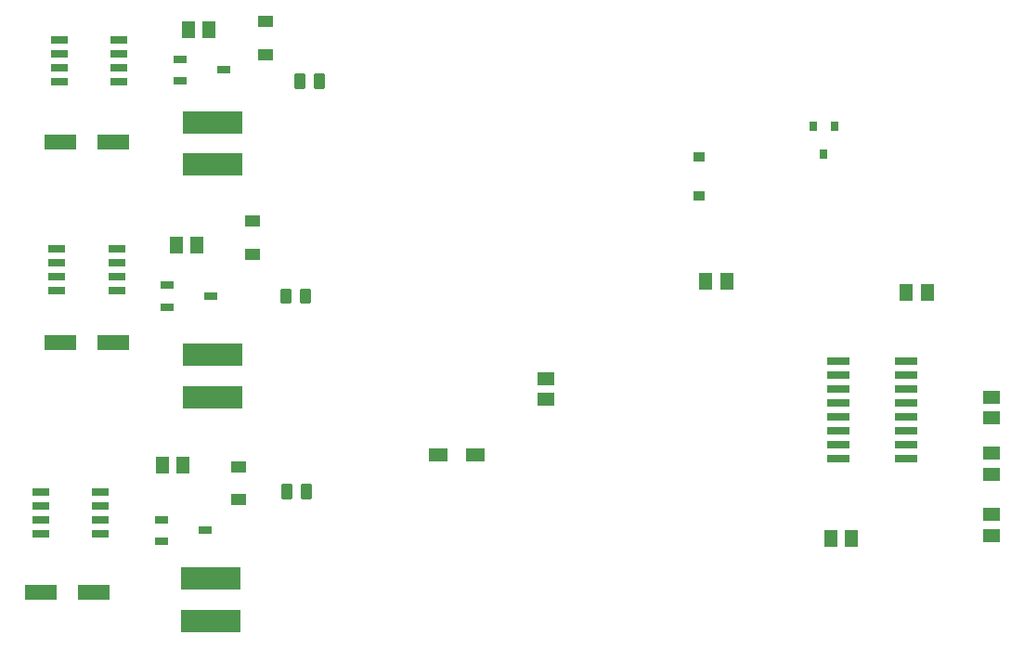
<source format=gbr>
G04 EAGLE Gerber RS-274X export*
G75*
%MOMM*%
%FSLAX34Y34*%
%LPD*%
%INSolderpaste Top*%
%IPPOS*%
%AMOC8*
5,1,8,0,0,1.08239X$1,22.5*%
G01*
%ADD10R,2.032000X0.660400*%
%ADD11R,1.300000X1.500000*%
%ADD12R,1.500000X1.300000*%
%ADD13R,1.550000X0.700000*%
%ADD14R,1.370000X1.120000*%
%ADD15R,1.270000X0.635000*%
%ADD16C,0.254000*%
%ADD17R,3.000000X1.400000*%
%ADD18R,1.130000X0.920000*%
%ADD19R,0.650000X0.950000*%
%ADD20R,5.500000X2.150000*%
%ADD21R,1.800000X1.250000*%


D10*
X843734Y249550D03*
X782266Y249550D03*
X843734Y262250D03*
X843734Y274950D03*
X782266Y262250D03*
X782266Y274950D03*
X843734Y287650D03*
X782266Y287650D03*
X843734Y300350D03*
X782266Y300350D03*
X843734Y313050D03*
X843734Y325750D03*
X782266Y313050D03*
X782266Y325750D03*
X843734Y338450D03*
X782266Y338450D03*
D11*
X863500Y401000D03*
X844500Y401000D03*
D12*
X922000Y254500D03*
X922000Y235500D03*
X922000Y305500D03*
X922000Y286500D03*
D11*
X775500Y177000D03*
X794500Y177000D03*
D12*
X922000Y198500D03*
X922000Y179500D03*
X516000Y322500D03*
X516000Y303500D03*
D13*
X126250Y592950D03*
X126250Y605650D03*
X126250Y618350D03*
X126250Y631050D03*
X71750Y631050D03*
X71750Y618350D03*
X71750Y605650D03*
X71750Y592950D03*
D14*
X260000Y618000D03*
X260000Y648000D03*
D15*
X222000Y604000D03*
X182000Y614000D03*
X182000Y594000D03*
D16*
X305080Y599715D02*
X312700Y599715D01*
X312700Y588285D01*
X305080Y588285D01*
X305080Y599715D01*
X305080Y590698D02*
X312700Y590698D01*
X312700Y593111D02*
X305080Y593111D01*
X305080Y595524D02*
X312700Y595524D01*
X312700Y597937D02*
X305080Y597937D01*
X294920Y599715D02*
X287300Y599715D01*
X294920Y599715D02*
X294920Y588285D01*
X287300Y588285D01*
X287300Y599715D01*
X287300Y590698D02*
X294920Y590698D01*
X294920Y593111D02*
X287300Y593111D01*
X287300Y595524D02*
X294920Y595524D01*
X294920Y597937D02*
X287300Y597937D01*
D13*
X124250Y402950D03*
X124250Y415650D03*
X124250Y428350D03*
X124250Y441050D03*
X69750Y441050D03*
X69750Y428350D03*
X69750Y415650D03*
X69750Y402950D03*
D14*
X248000Y436000D03*
X248000Y466000D03*
D15*
X210000Y398000D03*
X170000Y408000D03*
X170000Y388000D03*
D16*
X292080Y403715D02*
X299700Y403715D01*
X299700Y392285D01*
X292080Y392285D01*
X292080Y403715D01*
X292080Y394698D02*
X299700Y394698D01*
X299700Y397111D02*
X292080Y397111D01*
X292080Y399524D02*
X299700Y399524D01*
X299700Y401937D02*
X292080Y401937D01*
X281920Y403715D02*
X274300Y403715D01*
X281920Y403715D02*
X281920Y392285D01*
X274300Y392285D01*
X274300Y403715D01*
X274300Y394698D02*
X281920Y394698D01*
X281920Y397111D02*
X274300Y397111D01*
X274300Y399524D02*
X281920Y399524D01*
X281920Y401937D02*
X274300Y401937D01*
D13*
X109250Y180950D03*
X109250Y193650D03*
X109250Y206350D03*
X109250Y219050D03*
X54750Y219050D03*
X54750Y206350D03*
X54750Y193650D03*
X54750Y180950D03*
D14*
X235000Y212000D03*
X235000Y242000D03*
D15*
X205000Y184000D03*
X165000Y194000D03*
X165000Y174000D03*
D16*
X293080Y225715D02*
X300700Y225715D01*
X300700Y214285D01*
X293080Y214285D01*
X293080Y225715D01*
X293080Y216698D02*
X300700Y216698D01*
X300700Y219111D02*
X293080Y219111D01*
X293080Y221524D02*
X300700Y221524D01*
X300700Y223937D02*
X293080Y223937D01*
X282920Y225715D02*
X275300Y225715D01*
X282920Y225715D02*
X282920Y214285D01*
X275300Y214285D01*
X275300Y225715D01*
X275300Y216698D02*
X282920Y216698D01*
X282920Y219111D02*
X275300Y219111D01*
X275300Y221524D02*
X282920Y221524D01*
X282920Y223937D02*
X275300Y223937D01*
D17*
X73000Y538000D03*
X121000Y538000D03*
X73000Y355000D03*
X121000Y355000D03*
X55000Y128000D03*
X103000Y128000D03*
D11*
X208500Y641000D03*
X189500Y641000D03*
X197500Y444000D03*
X178500Y444000D03*
X184500Y244000D03*
X165500Y244000D03*
D18*
X655000Y524500D03*
X655000Y489500D03*
D19*
X759500Y552500D03*
X778500Y552500D03*
X769000Y527500D03*
D11*
X661500Y411000D03*
X680500Y411000D03*
D20*
X212000Y556311D03*
X212000Y517689D03*
X212000Y305689D03*
X212000Y344311D03*
X210000Y101689D03*
X210000Y140311D03*
D21*
X417000Y253000D03*
X451000Y253000D03*
M02*

</source>
